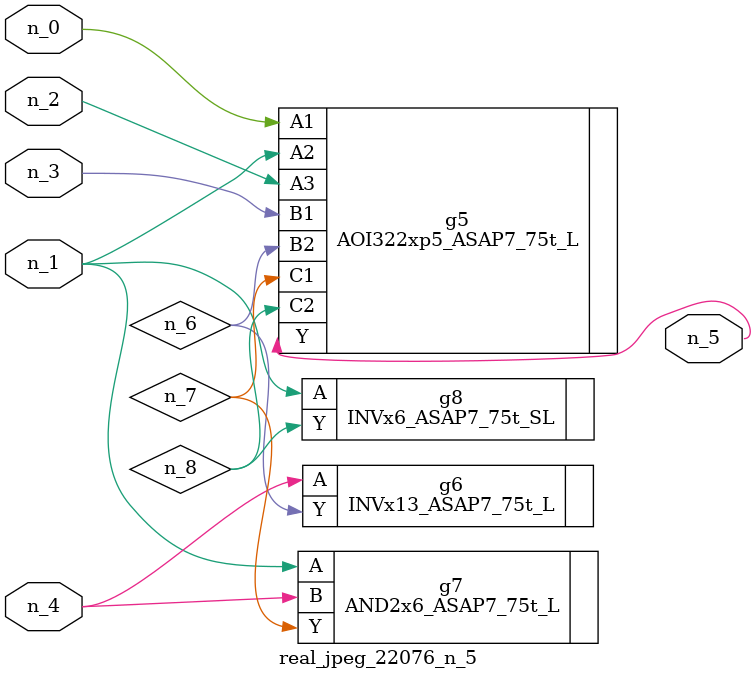
<source format=v>
module real_jpeg_22076_n_5 (n_4, n_0, n_1, n_2, n_3, n_5);

input n_4;
input n_0;
input n_1;
input n_2;
input n_3;

output n_5;

wire n_8;
wire n_6;
wire n_7;

AOI322xp5_ASAP7_75t_L g5 ( 
.A1(n_0),
.A2(n_1),
.A3(n_2),
.B1(n_3),
.B2(n_6),
.C1(n_7),
.C2(n_8),
.Y(n_5)
);

AND2x6_ASAP7_75t_L g7 ( 
.A(n_1),
.B(n_4),
.Y(n_7)
);

INVx6_ASAP7_75t_SL g8 ( 
.A(n_1),
.Y(n_8)
);

INVx13_ASAP7_75t_L g6 ( 
.A(n_4),
.Y(n_6)
);


endmodule
</source>
